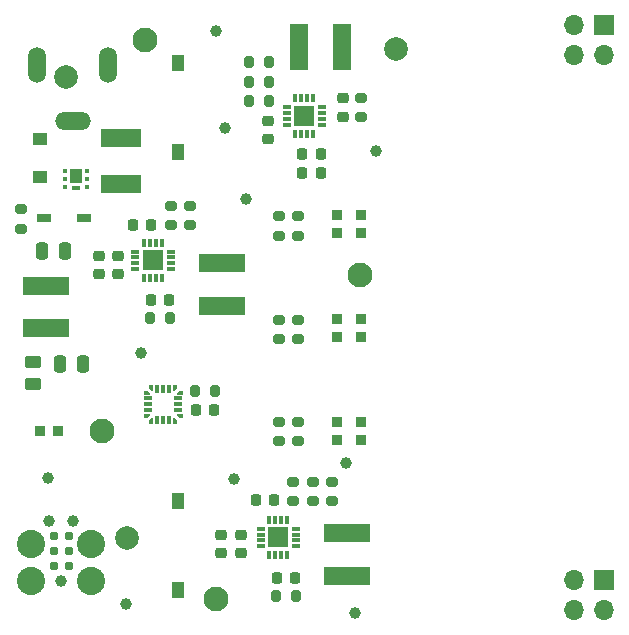
<source format=gbr>
%TF.GenerationSoftware,KiCad,Pcbnew,7.0.7*%
%TF.CreationDate,2023-10-08T11:51:16-05:00*%
%TF.ProjectId,1016 Breadboard Power Supply,31303136-2042-4726-9561-64626f617264,1*%
%TF.SameCoordinates,Original*%
%TF.FileFunction,Soldermask,Top*%
%TF.FilePolarity,Negative*%
%FSLAX46Y46*%
G04 Gerber Fmt 4.6, Leading zero omitted, Abs format (unit mm)*
G04 Created by KiCad (PCBNEW 7.0.7) date 2023-10-08 11:51:16*
%MOMM*%
%LPD*%
G01*
G04 APERTURE LIST*
G04 Aperture macros list*
%AMRoundRect*
0 Rectangle with rounded corners*
0 $1 Rounding radius*
0 $2 $3 $4 $5 $6 $7 $8 $9 X,Y pos of 4 corners*
0 Add a 4 corners polygon primitive as box body*
4,1,4,$2,$3,$4,$5,$6,$7,$8,$9,$2,$3,0*
0 Add four circle primitives for the rounded corners*
1,1,$1+$1,$2,$3*
1,1,$1+$1,$4,$5*
1,1,$1+$1,$6,$7*
1,1,$1+$1,$8,$9*
0 Add four rect primitives between the rounded corners*
20,1,$1+$1,$2,$3,$4,$5,0*
20,1,$1+$1,$4,$5,$6,$7,0*
20,1,$1+$1,$6,$7,$8,$9,0*
20,1,$1+$1,$8,$9,$2,$3,0*%
%AMFreePoly0*
4,1,8,0.325000,0.000126,0.325000,-0.149874,0.175000,-0.149874,0.175000,-0.150126,-0.175000,-0.150126,-0.175000,0.150126,0.175000,0.150126,0.325000,0.000126,0.325000,0.000126,$1*%
%AMFreePoly1*
4,1,6,0.250000,0.000000,0.100000,-0.150000,-0.250000,-0.150000,-0.250000,0.150000,0.250000,0.150000,0.250000,0.000000,0.250000,0.000000,$1*%
%AMFreePoly2*
4,1,6,0.250000,0.000000,0.250000,-0.150000,-0.250000,-0.150000,-0.250000,0.150000,0.100000,0.150000,0.250000,0.000000,0.250000,0.000000,$1*%
%AMFreePoly3*
4,1,6,0.250000,-0.150000,-0.100000,-0.150000,-0.250000,0.000000,-0.250000,0.150000,0.250000,0.150000,0.250000,-0.150000,0.250000,-0.150000,$1*%
%AMFreePoly4*
4,1,6,0.250000,-0.150000,-0.250000,-0.150000,-0.250000,0.000000,-0.100000,0.150000,0.250000,0.150000,0.250000,-0.150000,0.250000,-0.150000,$1*%
G04 Aperture macros list end*
%ADD10C,1.000000*%
%ADD11C,2.000000*%
%ADD12R,4.000000X1.500000*%
%ADD13RoundRect,0.200000X-0.200000X-0.275000X0.200000X-0.275000X0.200000X0.275000X-0.200000X0.275000X0*%
%ADD14RoundRect,0.250000X0.450000X-0.262500X0.450000X0.262500X-0.450000X0.262500X-0.450000X-0.262500X0*%
%ADD15RoundRect,0.200000X0.200000X0.275000X-0.200000X0.275000X-0.200000X-0.275000X0.200000X-0.275000X0*%
%ADD16O,1.508000X3.016000*%
%ADD17O,3.016000X1.508000*%
%ADD18R,0.950000X0.950000*%
%ADD19RoundRect,0.225000X-0.250000X0.225000X-0.250000X-0.225000X0.250000X-0.225000X0.250000X0.225000X0*%
%ADD20RoundRect,0.200000X-0.275000X0.200000X-0.275000X-0.200000X0.275000X-0.200000X0.275000X0.200000X0*%
%ADD21R,1.000000X1.450000*%
%ADD22RoundRect,0.250000X0.250000X0.475000X-0.250000X0.475000X-0.250000X-0.475000X0.250000X-0.475000X0*%
%ADD23C,2.387600*%
%ADD24C,0.990600*%
%ADD25C,0.787400*%
%ADD26RoundRect,0.225000X-0.225000X-0.250000X0.225000X-0.250000X0.225000X0.250000X-0.225000X0.250000X0*%
%ADD27RoundRect,0.200000X0.275000X-0.200000X0.275000X0.200000X-0.275000X0.200000X-0.275000X-0.200000X0*%
%ADD28R,0.800000X0.300000*%
%ADD29R,0.300000X0.800000*%
%ADD30R,1.750000X1.750000*%
%ADD31RoundRect,0.225000X0.225000X0.250000X-0.225000X0.250000X-0.225000X-0.250000X0.225000X-0.250000X0*%
%ADD32RoundRect,0.225000X0.250000X-0.225000X0.250000X0.225000X-0.250000X0.225000X-0.250000X-0.225000X0*%
%ADD33R,1.500000X4.000000*%
%ADD34C,2.100000*%
%ADD35R,3.403600X1.549400*%
%ADD36FreePoly0,180.000000*%
%ADD37R,0.700000X0.300000*%
%ADD38FreePoly1,180.000000*%
%ADD39FreePoly2,270.000000*%
%ADD40R,0.300000X0.700000*%
%ADD41FreePoly1,270.000000*%
%ADD42FreePoly3,180.000000*%
%ADD43FreePoly4,180.000000*%
%ADD44FreePoly3,270.000000*%
%ADD45FreePoly4,270.000000*%
%ADD46R,1.193800X1.092200*%
%ADD47R,0.430000X0.350000*%
%ADD48R,1.100000X1.250000*%
%ADD49R,0.660000X0.350000*%
%ADD50R,1.200000X0.750000*%
%ADD51R,1.700000X1.700000*%
%ADD52O,1.700000X1.700000*%
G04 APERTURE END LIST*
D10*
X58547000Y-122047000D03*
X68707000Y-87757000D03*
X67691000Y-111506000D03*
X79756000Y-83693000D03*
X66929000Y-81788000D03*
X77216000Y-110109000D03*
X77978000Y-122809000D03*
X66167000Y-73533000D03*
X59817000Y-100838000D03*
X51943000Y-111379000D03*
D11*
X58674000Y-116459000D03*
X53467000Y-77470000D03*
X81407000Y-75057000D03*
D12*
X51816000Y-95101000D03*
X51816000Y-98701000D03*
D13*
X69025000Y-76213000D03*
X70675000Y-76213000D03*
D14*
X50673000Y-103401500D03*
X50673000Y-101576500D03*
D15*
X70675000Y-79515000D03*
X69025000Y-79515000D03*
D16*
X57054000Y-76454000D03*
X51054000Y-76454000D03*
D17*
X54054000Y-81154000D03*
D18*
X78486000Y-89166000D03*
X78486000Y-90666000D03*
X52820000Y-107442000D03*
X51320000Y-107442000D03*
D19*
X66662000Y-116192000D03*
X66662000Y-117742000D03*
D20*
X73152000Y-106617000D03*
X73152000Y-108267000D03*
D18*
X76454000Y-97929000D03*
X76454000Y-99429000D03*
D21*
X62992000Y-76235000D03*
X62992000Y-83785000D03*
D22*
X54925000Y-101727000D03*
X53025000Y-101727000D03*
D20*
X64008000Y-88351000D03*
X64008000Y-90001000D03*
D23*
X50546000Y-120142000D03*
D24*
X53086000Y-120142000D03*
D23*
X55626000Y-120142000D03*
X50546000Y-116967000D03*
X55626000Y-116967000D03*
D24*
X52070000Y-115062000D03*
X54102000Y-115062000D03*
D25*
X53721000Y-118872000D03*
X52451000Y-118872000D03*
X53721000Y-117602000D03*
X52451000Y-117602000D03*
X53721000Y-116332000D03*
X52451000Y-116332000D03*
D26*
X64503000Y-105664000D03*
X66053000Y-105664000D03*
D12*
X66675000Y-93218000D03*
X66675000Y-96818000D03*
D18*
X78486000Y-97929000D03*
X78486000Y-99429000D03*
D27*
X62357000Y-90001000D03*
X62357000Y-88351000D03*
D18*
X78486000Y-106692000D03*
X78486000Y-108192000D03*
D28*
X62357000Y-93724000D03*
X62357000Y-93224000D03*
X62357000Y-92724000D03*
X62357000Y-92224000D03*
D29*
X61607000Y-91474000D03*
X61107000Y-91474000D03*
X60607000Y-91474000D03*
X60107000Y-91474000D03*
D28*
X59357000Y-92224000D03*
X59357000Y-92724000D03*
X59357000Y-93224000D03*
X59357000Y-93724000D03*
D29*
X60107000Y-94474000D03*
X60607000Y-94474000D03*
X61107000Y-94474000D03*
X61607000Y-94474000D03*
D30*
X60857000Y-92974000D03*
D31*
X60719000Y-89938000D03*
X59169000Y-89938000D03*
D20*
X71501000Y-89218000D03*
X71501000Y-90868000D03*
X76060000Y-111697000D03*
X76060000Y-113347000D03*
X71501000Y-106617000D03*
X71501000Y-108267000D03*
D19*
X70612000Y-81153000D03*
X70612000Y-82703000D03*
D32*
X56261000Y-94120000D03*
X56261000Y-92570000D03*
D15*
X66087252Y-104016000D03*
X64437252Y-104016000D03*
D29*
X74422000Y-79261000D03*
X73922000Y-79261000D03*
X73422000Y-79261000D03*
X72922000Y-79261000D03*
D28*
X72172000Y-80011000D03*
X72172000Y-80511000D03*
X72172000Y-81011000D03*
X72172000Y-81511000D03*
D29*
X72922000Y-82261000D03*
X73422000Y-82261000D03*
X73922000Y-82261000D03*
X74422000Y-82261000D03*
D28*
X75172000Y-81511000D03*
X75172000Y-81011000D03*
X75172000Y-80511000D03*
X75172000Y-80011000D03*
D30*
X73672000Y-80761000D03*
D13*
X60643000Y-97812000D03*
X62293000Y-97812000D03*
D33*
X73257000Y-74943000D03*
X76857000Y-74943000D03*
D15*
X70675000Y-77864000D03*
X69025000Y-77864000D03*
D32*
X57912000Y-94120000D03*
X57912000Y-92570000D03*
D27*
X49657000Y-90297000D03*
X49657000Y-88647000D03*
D28*
X72978000Y-117178000D03*
X72978000Y-116678000D03*
X72978000Y-116178000D03*
X72978000Y-115678000D03*
D29*
X72228000Y-114928000D03*
X71728000Y-114928000D03*
X71228000Y-114928000D03*
X70728000Y-114928000D03*
D28*
X69978000Y-115678000D03*
X69978000Y-116178000D03*
X69978000Y-116678000D03*
X69978000Y-117178000D03*
D29*
X70728000Y-117928000D03*
X71228000Y-117928000D03*
X71728000Y-117928000D03*
X72228000Y-117928000D03*
D30*
X71478000Y-116428000D03*
D26*
X73520000Y-85611000D03*
X75070000Y-85611000D03*
D34*
X60198000Y-74295000D03*
D35*
X58166000Y-82638900D03*
X58166000Y-86525100D03*
D34*
X78359000Y-94234000D03*
D31*
X72898000Y-119888000D03*
X71348000Y-119888000D03*
D34*
X56515000Y-107442000D03*
D22*
X53401000Y-92202000D03*
X51501000Y-92202000D03*
D13*
X71298000Y-121412000D03*
X72948000Y-121412000D03*
D27*
X78486000Y-80848000D03*
X78486000Y-79198000D03*
D19*
X68313000Y-116192000D03*
X68313000Y-117742000D03*
X76962000Y-79248000D03*
X76962000Y-80798000D03*
D21*
X62992000Y-120869000D03*
X62992000Y-113319000D03*
D36*
X63197000Y-106156126D03*
D37*
X63022000Y-105656126D03*
X63022000Y-105156000D03*
X63022000Y-104655874D03*
D38*
X63122000Y-104155748D03*
D39*
X62722252Y-103756000D03*
D40*
X62222126Y-103856000D03*
X61722000Y-103856000D03*
X61221874Y-103856000D03*
D41*
X60721748Y-103756000D03*
D42*
X60322000Y-104155748D03*
D37*
X60422000Y-104655874D03*
X60422000Y-105156000D03*
X60422000Y-105656126D03*
D43*
X60322000Y-106156252D03*
D44*
X60721748Y-106556000D03*
D40*
X61221874Y-106456000D03*
X61722000Y-106456000D03*
X62222126Y-106456000D03*
D45*
X62722252Y-106556000D03*
D27*
X72758000Y-113347000D03*
X72758000Y-111697000D03*
D46*
X51308000Y-82715100D03*
X51308000Y-85940900D03*
D27*
X74409000Y-113347000D03*
X74409000Y-111697000D03*
D18*
X76454000Y-89166000D03*
X76454000Y-90666000D03*
D20*
X71501000Y-97981000D03*
X71501000Y-99631000D03*
D47*
X53421000Y-85443000D03*
X53421000Y-86093000D03*
X53421000Y-86743000D03*
X55291000Y-86743000D03*
X55291000Y-86093000D03*
X55291000Y-85443000D03*
D48*
X54356000Y-85808000D03*
D49*
X54356000Y-86868000D03*
D20*
X73152000Y-89218000D03*
X73152000Y-90868000D03*
D34*
X66167000Y-121666000D03*
D20*
X73152000Y-97981000D03*
X73152000Y-99631000D03*
D18*
X76454000Y-106692000D03*
X76454000Y-108192000D03*
D26*
X73520000Y-83960000D03*
X75070000Y-83960000D03*
D31*
X62243000Y-96288000D03*
X60693000Y-96288000D03*
D50*
X55040000Y-89408000D03*
X51640000Y-89408000D03*
D31*
X71120000Y-113284000D03*
X69570000Y-113284000D03*
D12*
X77330000Y-116056000D03*
X77330000Y-119656000D03*
D51*
X99065000Y-73020000D03*
D52*
X96525000Y-73020000D03*
X99065000Y-75560000D03*
X96525000Y-75560000D03*
D51*
X99065000Y-120015000D03*
D52*
X96525000Y-120015000D03*
X99065000Y-122555000D03*
X96525000Y-122555000D03*
M02*

</source>
